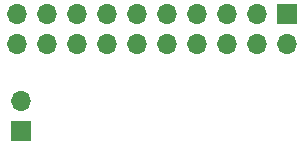
<source format=gbr>
%TF.GenerationSoftware,KiCad,Pcbnew,(5.1.12)-1*%
%TF.CreationDate,2022-03-16T22:40:05-06:00*%
%TF.ProjectId,RelayDriver,52656c61-7944-4726-9976-65722e6b6963,rev?*%
%TF.SameCoordinates,Original*%
%TF.FileFunction,Soldermask,Bot*%
%TF.FilePolarity,Negative*%
%FSLAX46Y46*%
G04 Gerber Fmt 4.6, Leading zero omitted, Abs format (unit mm)*
G04 Created by KiCad (PCBNEW (5.1.12)-1) date 2022-03-16 22:40:05*
%MOMM*%
%LPD*%
G01*
G04 APERTURE LIST*
%ADD10O,1.700000X1.700000*%
%ADD11R,1.700000X1.700000*%
G04 APERTURE END LIST*
D10*
%TO.C,J3*%
X61874400Y-59588400D03*
D11*
X61874400Y-62128400D03*
%TD*%
D10*
%TO.C,J2*%
X61569600Y-54762400D03*
X61569600Y-52222400D03*
X64109600Y-54762400D03*
X64109600Y-52222400D03*
X66649600Y-54762400D03*
X66649600Y-52222400D03*
X69189600Y-54762400D03*
X69189600Y-52222400D03*
X71729600Y-54762400D03*
X71729600Y-52222400D03*
X74269600Y-54762400D03*
X74269600Y-52222400D03*
X76809600Y-54762400D03*
X76809600Y-52222400D03*
X79349600Y-54762400D03*
X79349600Y-52222400D03*
X81889600Y-54762400D03*
X81889600Y-52222400D03*
X84429600Y-54762400D03*
D11*
X84429600Y-52222400D03*
%TD*%
M02*

</source>
